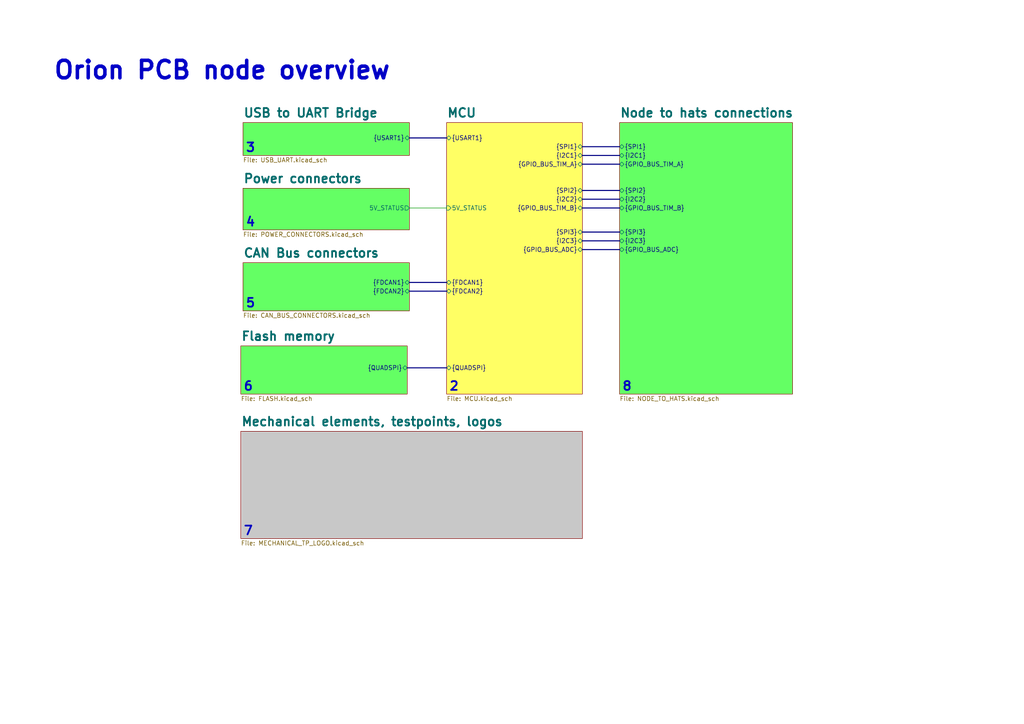
<source format=kicad_sch>
(kicad_sch (version 20230121) (generator eeschema)
  (paper "A4")
  (title_block (title "Orion PCB Node Overview") (rev "3") (company "EPFL Xplore") (comment 2 "Author: Vincent Nguyen"))
  (lib_symbols)
  (bus_alias "USART3" (members "USART3_TX" "USART3_RX"))
  (bus_alias "USART1" (members "USART1_TX" "USART1_RX"))
  (bus_alias "UART5" (members "UART5_TX" "UART5_RX"))
  (bus_alias "GPIO_BUS_ADC" (members "ADC12_INN5" "ADC12_INP5" "ADC12_INN4" "ADC12_INP4" "I2C4_SCL" "I2C4_SDA"))
  (bus_alias "SPI4" (members "SPI4_SCK" "SPI4_MOSI" "SPI4_MISO" "SPI4_CS"))
  (bus_alias "SPI2" (members "SPI2_SCK" "SPI2_MOSI" "SPI2_MISO" "SPI2_CS"))
  (bus_alias "I2C3" (members "I2C3_SCL" "I2C3_SDA"))
  (bus_alias "UART8" (members "UART8_TX" "UART8_RX"))
  (bus_alias "I2C1" (members "I2C1_SCL" "I2C1_SDA"))
  (bus_alias "QUADSPI" (members "QUADSPI_CLK" "QUADSPI_BK2_NCS" "QUADSPI_BK2_IO0" "QUADSPI_BK2_IO1" "QUADSPI_BK2_IO2" "QUADSPI_BK2_IO3"))
  (bus_alias "GPIO_BUS_TIM_B" (members "USART2_TX" "USART2_RX" "USART2_RTS" "TIM4_CH3" "TIM4_CH2" "TIM1_CH3"))
  (bus_alias "I2C4" (members "I2C4_SCL" "I2C4_SDA"))
  (bus_alias "GPIO_BUS_TIM_C" (members "TIM2_CH4" "TIM2_CH3" "TIM2_CH2" "TIM2_CH1" "PC0" "PC13"))
  (bus_alias "SPI3" (members "SPI3_SCK" "SPI3_MOSI" "SPI3_MISO" "SPI3_CS"))
  (bus_alias "GPIO_BUS_TIM_A" (members "TIM8_CH1" "TIM8_CH2" "TIM8_CH3" "TIM1_CH2" "TIM2_CH3" "TIM2_CH4"))
  (bus_alias "UART4" (members "UART4_TX" "UART4_RX"))
  (bus_alias "SPI1" (members "SPI1_SCK" "SPI1_MOSI" "SPI1_MISO" "SPI1_CS"))
  (bus_alias "GPIO_BUS_AUX" (members "PE6" "PE5" "PE4"))
  (bus_alias "I2C2" (members "I2C2_SCL" "I2C2_SDA"))
  (bus (pts (xy 168.91 55.245) (xy 179.705 55.245)))
  (bus (pts (xy 168.91 60.325) (xy 179.705 60.325)))
  (bus (pts (xy 118.11 106.68) (xy 129.54 106.68)))
  (bus (pts (xy 168.91 67.31) (xy 179.705 67.31)))
  (bus (pts (xy 118.745 40.005) (xy 129.54 40.005)))
  (wire (pts (xy 118.745 60.325) (xy 129.54 60.325)))
  (bus (pts (xy 118.745 84.455) (xy 129.54 84.455)))
  (bus (pts (xy 168.91 57.785) (xy 179.705 57.785)))
  (bus (pts (xy 168.91 72.39) (xy 179.705 72.39)))
  (bus (pts (xy 168.91 69.85) (xy 179.705 69.85)))
  (bus (pts (xy 168.91 47.625) (xy 179.705 47.625)))
  (bus (pts (xy 168.91 45.085) (xy 179.705 45.085)))
  (bus (pts (xy 168.91 42.545) (xy 179.705 42.545)))
  (bus (pts (xy 118.745 81.915) (xy 129.54 81.915)))
  (text "6" (at 70.485 113.665 0) (effects (font (size 2.54 2.54) bold) (justify left bottom)))
  (text "4" (at 71.12 66.04 0) (effects (font (size 2.54 2.54) bold) (justify left bottom)))
  (text "3" (at 71.12 44.45 0) (effects (font (size 2.54 2.54) bold) (justify left bottom)))
  (text "8" (at 180.34 113.665 0) (effects (font (size 2.54 2.54) bold) (justify left bottom)))
  (text "2" (at 130.175 113.665 0) (effects (font (size 2.54 2.54) bold) (justify left bottom)))
  (text "5\n" (at 71.12 89.535 0) (effects (font (size 2.54 2.54) (thickness 0.508) bold) (justify left bottom)))
  (text "7" (at 70.485 155.575 0) (effects (font (size 2.54 2.54) bold) (justify left bottom)))
  (text "Orion PCB node overview" (at 15.24 23.495 0) (effects (font (size 5.08 5.08) bold) (justify left bottom)))
  (sheet (at 70.485 35.56) (size 48.26 9.525) (stroke (width 0.1524)) (fill (color 100 255 100 1.0000))
    (property "Sheetname" "USB to UART Bridge" (at 70.485 34.2134 0) (effects (font (size 2.54 2.54) bold) (justify left bottom)))
    (property "Sheetfile" "USB_UART.kicad_sch" (at 70.485 45.6696 0) (effects (justify left top)))
    (pin "{USART1}" bidirectional (at 118.745 40.005 0))
  )
  (sheet (at 129.54 35.56) (size 39.37 78.74) (stroke (width 0.1524)) (fill (color 255 255 100 1.0000))
    (property "Sheetname" "MCU" (at 129.54 34.2134 0) (effects (font (size 2.54 2.54) bold) (justify left bottom)))
    (property "Sheetfile" "MCU.kicad_sch" (at 129.54 114.8846 0) (effects (justify left top)))
    (pin "{USART1}" bidirectional (at 129.54 40.005 180))
    (pin "{GPIO_BUS_TIM_B}" bidirectional (at 168.91 60.325 0))
    (pin "{GPIO_BUS_ADC}" bidirectional (at 168.91 72.39 0))
    (pin "{SPI3}" bidirectional (at 168.91 67.31 0))
    (pin "{I2C1}" bidirectional (at 168.91 45.085 0))
    (pin "{I2C2}" bidirectional (at 168.91 57.785 0))
    (pin "{I2C3}" bidirectional (at 168.91 69.85 0))
    (pin "{SPI1}" bidirectional (at 168.91 42.545 0))
    (pin "{SPI2}" bidirectional (at 168.91 55.245 0))
    (pin "{QUADSPI}" bidirectional (at 129.54 106.68 180))
    (pin "{GPIO_BUS_TIM_A}" bidirectional (at 168.91 47.625 0))
    (pin "5V_STATUS" input (at 129.54 60.325 180))
    (pin "{FDCAN1}" bidirectional (at 129.54 81.915 180))
    (pin "{FDCAN2}" bidirectional (at 129.54 84.455 180))
  )
  (sheet (at 70.485 54.61) (size 48.26 12.065) (stroke (width 0.1524)) (fill (color 100 255 100 1.0000))
    (property "Sheetname" "Power connectors" (at 70.485 53.2634 0) (effects (font (size 2.54 2.54) bold) (justify left bottom)))
    (property "Sheetfile" "POWER_CONNECTORS.kicad_sch" (at 70.485 67.2596 0) (effects (justify left top)))
    (pin "5V_STATUS" output (at 118.745 60.325 0))
  )
  (sheet (at 69.85 125.095) (size 99.06 31.115) (stroke (width 0.1524)) (fill (color 200 200 200 1.0000))
    (property "Sheetname" "Mechanical elements, testpoints, logos" (at 69.85 123.7484 0) (effects (font (size 2.54 2.54) bold) (justify left bottom)))
    (property "Sheetfile" "MECHANICAL_TP_LOGO.kicad_sch" (at 69.85 156.7946 0) (effects (justify left top)))
  )
  (sheet (at 69.85 100.33) (size 48.26 13.97) (stroke (width 0.1524)) (fill (color 100 255 100 1.0000))
    (property "Sheetname" "Flash memory" (at 69.85 98.9834 0) (effects (font (size 2.54 2.54) bold) (justify left bottom)))
    (property "Sheetfile" "FLASH.kicad_sch" (at 69.85 114.8846 0) (effects (justify left top)))
    (pin "{QUADSPI}" bidirectional (at 118.11 106.68 0))
  )
  (sheet (at 70.485 76.2) (size 48.26 13.97) (stroke (width 0.1524)) (fill (color 100 255 100 1.0000))
    (property "Sheetname" "CAN Bus connectors" (at 70.485 74.8534 0) (effects (font (size 2.54 2.54) bold) (justify left bottom)))
    (property "Sheetfile" "CAN_BUS_CONNECTORS.kicad_sch" (at 70.485 90.7546 0) (effects (justify left top)))
    (pin "{FDCAN1}" bidirectional (at 118.745 81.915 0))
    (pin "{FDCAN2}" bidirectional (at 118.745 84.455 0))
  )
  (sheet (at 179.705 35.56) (size 50.165 78.74) (stroke (width 0.1524)) (fill (color 100 255 100 1.0000))
    (property "Sheetname" "Node to hats connections" (at 179.705 34.2134 0) (effects (font (size 2.54 2.54) bold) (justify left bottom)))
    (property "Sheetfile" "NODE_TO_HATS.kicad_sch" (at 179.705 114.8846 0) (effects (justify left top)))
    (pin "{SPI1}" bidirectional (at 179.705 42.545 180))
    (pin "{I2C1}" bidirectional (at 179.705 45.085 180))
    (pin "{GPIO_BUS_TIM_A}" bidirectional (at 179.705 47.625 180))
    (pin "{I2C2}" bidirectional (at 179.705 57.785 180))
    (pin "{SPI2}" bidirectional (at 179.705 55.245 180))
    (pin "{GPIO_BUS_TIM_B}" bidirectional (at 179.705 60.325 180))
    (pin "{SPI3}" bidirectional (at 179.705 67.31 180))
    (pin "{I2C3}" bidirectional (at 179.705 69.85 180))
    (pin "{GPIO_BUS_ADC}" bidirectional (at 179.705 72.39 180))
  )
)
</source>
